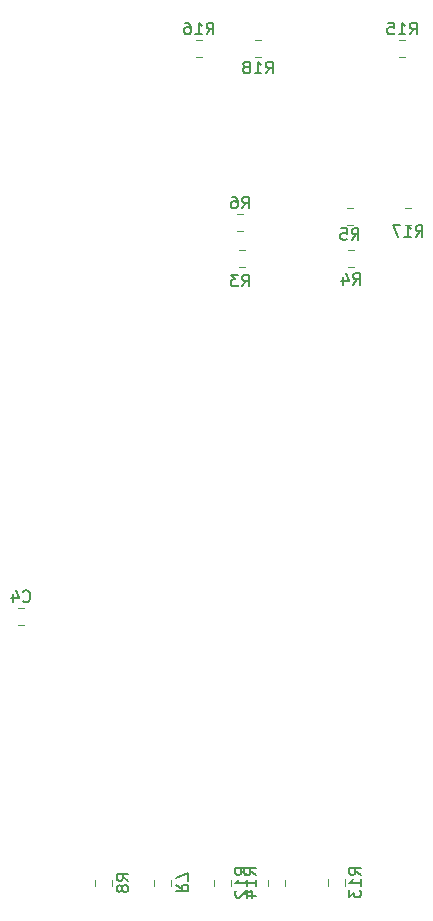
<source format=gbr>
G04 #@! TF.GenerationSoftware,KiCad,Pcbnew,(5.1.8)-1*
G04 #@! TF.CreationDate,2021-02-09T17:12:27-05:00*
G04 #@! TF.ProjectId,rlcs_power,726c6373-5f70-46f7-9765-722e6b696361,rev?*
G04 #@! TF.SameCoordinates,Original*
G04 #@! TF.FileFunction,Legend,Bot*
G04 #@! TF.FilePolarity,Positive*
%FSLAX46Y46*%
G04 Gerber Fmt 4.6, Leading zero omitted, Abs format (unit mm)*
G04 Created by KiCad (PCBNEW (5.1.8)-1) date 2021-02-09 17:12:27*
%MOMM*%
%LPD*%
G01*
G04 APERTURE LIST*
%ADD10C,0.120000*%
%ADD11C,0.150000*%
G04 APERTURE END LIST*
D10*
X122172252Y-99874000D02*
X121649748Y-99874000D01*
X122172252Y-101294000D02*
X121649748Y-101294000D01*
X135383748Y-86562000D02*
X135906252Y-86562000D01*
X135383748Y-85142000D02*
X135906252Y-85142000D01*
X125678000Y-156734252D02*
X125678000Y-156211748D01*
X124258000Y-156734252D02*
X124258000Y-156211748D01*
X130758000Y-156716252D02*
X130758000Y-156193748D01*
X129338000Y-156716252D02*
X129338000Y-156193748D01*
X121106000Y-156725252D02*
X121106000Y-156202748D01*
X119686000Y-156725252D02*
X119686000Y-156202748D01*
X111073000Y-156725252D02*
X111073000Y-156202748D01*
X109653000Y-156725252D02*
X109653000Y-156202748D01*
X116026000Y-156725252D02*
X116026000Y-156202748D01*
X114606000Y-156725252D02*
X114606000Y-156202748D01*
X131047748Y-104342000D02*
X131570252Y-104342000D01*
X131047748Y-102922000D02*
X131570252Y-102922000D01*
X122308252Y-102922000D02*
X121785748Y-102922000D01*
X122308252Y-104342000D02*
X121785748Y-104342000D01*
X103630252Y-133211500D02*
X103107748Y-133211500D01*
X103630252Y-134631500D02*
X103107748Y-134631500D01*
X118688752Y-86562000D02*
X118166248Y-86562000D01*
X118688752Y-85142000D02*
X118166248Y-85142000D01*
X130929748Y-99366000D02*
X131452252Y-99366000D01*
X130929748Y-100786000D02*
X131452252Y-100786000D01*
X135873748Y-99366000D02*
X136396252Y-99366000D01*
X135873748Y-100786000D02*
X136396252Y-100786000D01*
X123191748Y-86562000D02*
X123714252Y-86562000D01*
X123191748Y-85142000D02*
X123714252Y-85142000D01*
D11*
X122077666Y-99386380D02*
X122411000Y-98910190D01*
X122649095Y-99386380D02*
X122649095Y-98386380D01*
X122268142Y-98386380D01*
X122172904Y-98434000D01*
X122125285Y-98481619D01*
X122077666Y-98576857D01*
X122077666Y-98719714D01*
X122125285Y-98814952D01*
X122172904Y-98862571D01*
X122268142Y-98910190D01*
X122649095Y-98910190D01*
X121220523Y-98386380D02*
X121411000Y-98386380D01*
X121506238Y-98434000D01*
X121553857Y-98481619D01*
X121649095Y-98624476D01*
X121696714Y-98814952D01*
X121696714Y-99195904D01*
X121649095Y-99291142D01*
X121601476Y-99338761D01*
X121506238Y-99386380D01*
X121315761Y-99386380D01*
X121220523Y-99338761D01*
X121172904Y-99291142D01*
X121125285Y-99195904D01*
X121125285Y-98957809D01*
X121172904Y-98862571D01*
X121220523Y-98814952D01*
X121315761Y-98767333D01*
X121506238Y-98767333D01*
X121601476Y-98814952D01*
X121649095Y-98862571D01*
X121696714Y-98957809D01*
X136287857Y-84653380D02*
X136621190Y-84177190D01*
X136859285Y-84653380D02*
X136859285Y-83653380D01*
X136478333Y-83653380D01*
X136383095Y-83701000D01*
X136335476Y-83748619D01*
X136287857Y-83843857D01*
X136287857Y-83986714D01*
X136335476Y-84081952D01*
X136383095Y-84129571D01*
X136478333Y-84177190D01*
X136859285Y-84177190D01*
X135335476Y-84653380D02*
X135906904Y-84653380D01*
X135621190Y-84653380D02*
X135621190Y-83653380D01*
X135716428Y-83796238D01*
X135811666Y-83891476D01*
X135906904Y-83939095D01*
X134430714Y-83653380D02*
X134906904Y-83653380D01*
X134954523Y-84129571D01*
X134906904Y-84081952D01*
X134811666Y-84034333D01*
X134573571Y-84034333D01*
X134478333Y-84081952D01*
X134430714Y-84129571D01*
X134383095Y-84224809D01*
X134383095Y-84462904D01*
X134430714Y-84558142D01*
X134478333Y-84605761D01*
X134573571Y-84653380D01*
X134811666Y-84653380D01*
X134906904Y-84605761D01*
X134954523Y-84558142D01*
X123261380Y-155830142D02*
X122785190Y-155496809D01*
X123261380Y-155258714D02*
X122261380Y-155258714D01*
X122261380Y-155639666D01*
X122309000Y-155734904D01*
X122356619Y-155782523D01*
X122451857Y-155830142D01*
X122594714Y-155830142D01*
X122689952Y-155782523D01*
X122737571Y-155734904D01*
X122785190Y-155639666D01*
X122785190Y-155258714D01*
X123261380Y-156782523D02*
X123261380Y-156211095D01*
X123261380Y-156496809D02*
X122261380Y-156496809D01*
X122404238Y-156401571D01*
X122499476Y-156306333D01*
X122547095Y-156211095D01*
X122594714Y-157639666D02*
X123261380Y-157639666D01*
X122213761Y-157401571D02*
X122928047Y-157163476D01*
X122928047Y-157782523D01*
X132150380Y-155812142D02*
X131674190Y-155478809D01*
X132150380Y-155240714D02*
X131150380Y-155240714D01*
X131150380Y-155621666D01*
X131198000Y-155716904D01*
X131245619Y-155764523D01*
X131340857Y-155812142D01*
X131483714Y-155812142D01*
X131578952Y-155764523D01*
X131626571Y-155716904D01*
X131674190Y-155621666D01*
X131674190Y-155240714D01*
X132150380Y-156764523D02*
X132150380Y-156193095D01*
X132150380Y-156478809D02*
X131150380Y-156478809D01*
X131293238Y-156383571D01*
X131388476Y-156288333D01*
X131436095Y-156193095D01*
X131150380Y-157097857D02*
X131150380Y-157716904D01*
X131531333Y-157383571D01*
X131531333Y-157526428D01*
X131578952Y-157621666D01*
X131626571Y-157669285D01*
X131721809Y-157716904D01*
X131959904Y-157716904D01*
X132055142Y-157669285D01*
X132102761Y-157621666D01*
X132150380Y-157526428D01*
X132150380Y-157240714D01*
X132102761Y-157145476D01*
X132055142Y-157097857D01*
X122498380Y-155821142D02*
X122022190Y-155487809D01*
X122498380Y-155249714D02*
X121498380Y-155249714D01*
X121498380Y-155630666D01*
X121546000Y-155725904D01*
X121593619Y-155773523D01*
X121688857Y-155821142D01*
X121831714Y-155821142D01*
X121926952Y-155773523D01*
X121974571Y-155725904D01*
X122022190Y-155630666D01*
X122022190Y-155249714D01*
X122498380Y-156773523D02*
X122498380Y-156202095D01*
X122498380Y-156487809D02*
X121498380Y-156487809D01*
X121641238Y-156392571D01*
X121736476Y-156297333D01*
X121784095Y-156202095D01*
X121593619Y-157154476D02*
X121546000Y-157202095D01*
X121498380Y-157297333D01*
X121498380Y-157535428D01*
X121546000Y-157630666D01*
X121593619Y-157678285D01*
X121688857Y-157725904D01*
X121784095Y-157725904D01*
X121926952Y-157678285D01*
X122498380Y-157106857D01*
X122498380Y-157725904D01*
X112465380Y-156297333D02*
X111989190Y-155964000D01*
X112465380Y-155725904D02*
X111465380Y-155725904D01*
X111465380Y-156106857D01*
X111513000Y-156202095D01*
X111560619Y-156249714D01*
X111655857Y-156297333D01*
X111798714Y-156297333D01*
X111893952Y-156249714D01*
X111941571Y-156202095D01*
X111989190Y-156106857D01*
X111989190Y-155725904D01*
X111893952Y-156868761D02*
X111846333Y-156773523D01*
X111798714Y-156725904D01*
X111703476Y-156678285D01*
X111655857Y-156678285D01*
X111560619Y-156725904D01*
X111513000Y-156773523D01*
X111465380Y-156868761D01*
X111465380Y-157059238D01*
X111513000Y-157154476D01*
X111560619Y-157202095D01*
X111655857Y-157249714D01*
X111703476Y-157249714D01*
X111798714Y-157202095D01*
X111846333Y-157154476D01*
X111893952Y-157059238D01*
X111893952Y-156868761D01*
X111941571Y-156773523D01*
X111989190Y-156725904D01*
X112084428Y-156678285D01*
X112274904Y-156678285D01*
X112370142Y-156725904D01*
X112417761Y-156773523D01*
X112465380Y-156868761D01*
X112465380Y-157059238D01*
X112417761Y-157154476D01*
X112370142Y-157202095D01*
X112274904Y-157249714D01*
X112084428Y-157249714D01*
X111989190Y-157202095D01*
X111941571Y-157154476D01*
X111893952Y-157059238D01*
X116513619Y-156630666D02*
X116989809Y-156964000D01*
X116513619Y-157202095D02*
X117513619Y-157202095D01*
X117513619Y-156821142D01*
X117466000Y-156725904D01*
X117418380Y-156678285D01*
X117323142Y-156630666D01*
X117180285Y-156630666D01*
X117085047Y-156678285D01*
X117037428Y-156725904D01*
X116989809Y-156821142D01*
X116989809Y-157202095D01*
X117513619Y-156297333D02*
X117513619Y-155630666D01*
X116513619Y-156059238D01*
X131484666Y-105862380D02*
X131818000Y-105386190D01*
X132056095Y-105862380D02*
X132056095Y-104862380D01*
X131675142Y-104862380D01*
X131579904Y-104910000D01*
X131532285Y-104957619D01*
X131484666Y-105052857D01*
X131484666Y-105195714D01*
X131532285Y-105290952D01*
X131579904Y-105338571D01*
X131675142Y-105386190D01*
X132056095Y-105386190D01*
X130627523Y-105195714D02*
X130627523Y-105862380D01*
X130865619Y-104814761D02*
X131103714Y-105529047D01*
X130484666Y-105529047D01*
X122086666Y-105989380D02*
X122420000Y-105513190D01*
X122658095Y-105989380D02*
X122658095Y-104989380D01*
X122277142Y-104989380D01*
X122181904Y-105037000D01*
X122134285Y-105084619D01*
X122086666Y-105179857D01*
X122086666Y-105322714D01*
X122134285Y-105417952D01*
X122181904Y-105465571D01*
X122277142Y-105513190D01*
X122658095Y-105513190D01*
X121753333Y-104989380D02*
X121134285Y-104989380D01*
X121467619Y-105370333D01*
X121324761Y-105370333D01*
X121229523Y-105417952D01*
X121181904Y-105465571D01*
X121134285Y-105560809D01*
X121134285Y-105798904D01*
X121181904Y-105894142D01*
X121229523Y-105941761D01*
X121324761Y-105989380D01*
X121610476Y-105989380D01*
X121705714Y-105941761D01*
X121753333Y-105894142D01*
X103535666Y-132628642D02*
X103583285Y-132676261D01*
X103726142Y-132723880D01*
X103821380Y-132723880D01*
X103964238Y-132676261D01*
X104059476Y-132581023D01*
X104107095Y-132485785D01*
X104154714Y-132295309D01*
X104154714Y-132152452D01*
X104107095Y-131961976D01*
X104059476Y-131866738D01*
X103964238Y-131771500D01*
X103821380Y-131723880D01*
X103726142Y-131723880D01*
X103583285Y-131771500D01*
X103535666Y-131819119D01*
X102678523Y-132057214D02*
X102678523Y-132723880D01*
X102916619Y-131676261D02*
X103154714Y-132390547D01*
X102535666Y-132390547D01*
X119070357Y-84653380D02*
X119403690Y-84177190D01*
X119641785Y-84653380D02*
X119641785Y-83653380D01*
X119260833Y-83653380D01*
X119165595Y-83701000D01*
X119117976Y-83748619D01*
X119070357Y-83843857D01*
X119070357Y-83986714D01*
X119117976Y-84081952D01*
X119165595Y-84129571D01*
X119260833Y-84177190D01*
X119641785Y-84177190D01*
X118117976Y-84653380D02*
X118689404Y-84653380D01*
X118403690Y-84653380D02*
X118403690Y-83653380D01*
X118498928Y-83796238D01*
X118594166Y-83891476D01*
X118689404Y-83939095D01*
X117260833Y-83653380D02*
X117451309Y-83653380D01*
X117546547Y-83701000D01*
X117594166Y-83748619D01*
X117689404Y-83891476D01*
X117737023Y-84081952D01*
X117737023Y-84462904D01*
X117689404Y-84558142D01*
X117641785Y-84605761D01*
X117546547Y-84653380D01*
X117356071Y-84653380D01*
X117260833Y-84605761D01*
X117213214Y-84558142D01*
X117165595Y-84462904D01*
X117165595Y-84224809D01*
X117213214Y-84129571D01*
X117260833Y-84081952D01*
X117356071Y-84034333D01*
X117546547Y-84034333D01*
X117641785Y-84081952D01*
X117689404Y-84129571D01*
X117737023Y-84224809D01*
X131357666Y-102052380D02*
X131691000Y-101576190D01*
X131929095Y-102052380D02*
X131929095Y-101052380D01*
X131548142Y-101052380D01*
X131452904Y-101100000D01*
X131405285Y-101147619D01*
X131357666Y-101242857D01*
X131357666Y-101385714D01*
X131405285Y-101480952D01*
X131452904Y-101528571D01*
X131548142Y-101576190D01*
X131929095Y-101576190D01*
X130452904Y-101052380D02*
X130929095Y-101052380D01*
X130976714Y-101528571D01*
X130929095Y-101480952D01*
X130833857Y-101433333D01*
X130595761Y-101433333D01*
X130500523Y-101480952D01*
X130452904Y-101528571D01*
X130405285Y-101623809D01*
X130405285Y-101861904D01*
X130452904Y-101957142D01*
X130500523Y-102004761D01*
X130595761Y-102052380D01*
X130833857Y-102052380D01*
X130929095Y-102004761D01*
X130976714Y-101957142D01*
X136777857Y-101798380D02*
X137111190Y-101322190D01*
X137349285Y-101798380D02*
X137349285Y-100798380D01*
X136968333Y-100798380D01*
X136873095Y-100846000D01*
X136825476Y-100893619D01*
X136777857Y-100988857D01*
X136777857Y-101131714D01*
X136825476Y-101226952D01*
X136873095Y-101274571D01*
X136968333Y-101322190D01*
X137349285Y-101322190D01*
X135825476Y-101798380D02*
X136396904Y-101798380D01*
X136111190Y-101798380D02*
X136111190Y-100798380D01*
X136206428Y-100941238D01*
X136301666Y-101036476D01*
X136396904Y-101084095D01*
X135492142Y-100798380D02*
X134825476Y-100798380D01*
X135254047Y-101798380D01*
X124095857Y-87954380D02*
X124429190Y-87478190D01*
X124667285Y-87954380D02*
X124667285Y-86954380D01*
X124286333Y-86954380D01*
X124191095Y-87002000D01*
X124143476Y-87049619D01*
X124095857Y-87144857D01*
X124095857Y-87287714D01*
X124143476Y-87382952D01*
X124191095Y-87430571D01*
X124286333Y-87478190D01*
X124667285Y-87478190D01*
X123143476Y-87954380D02*
X123714904Y-87954380D01*
X123429190Y-87954380D02*
X123429190Y-86954380D01*
X123524428Y-87097238D01*
X123619666Y-87192476D01*
X123714904Y-87240095D01*
X122572047Y-87382952D02*
X122667285Y-87335333D01*
X122714904Y-87287714D01*
X122762523Y-87192476D01*
X122762523Y-87144857D01*
X122714904Y-87049619D01*
X122667285Y-87002000D01*
X122572047Y-86954380D01*
X122381571Y-86954380D01*
X122286333Y-87002000D01*
X122238714Y-87049619D01*
X122191095Y-87144857D01*
X122191095Y-87192476D01*
X122238714Y-87287714D01*
X122286333Y-87335333D01*
X122381571Y-87382952D01*
X122572047Y-87382952D01*
X122667285Y-87430571D01*
X122714904Y-87478190D01*
X122762523Y-87573428D01*
X122762523Y-87763904D01*
X122714904Y-87859142D01*
X122667285Y-87906761D01*
X122572047Y-87954380D01*
X122381571Y-87954380D01*
X122286333Y-87906761D01*
X122238714Y-87859142D01*
X122191095Y-87763904D01*
X122191095Y-87573428D01*
X122238714Y-87478190D01*
X122286333Y-87430571D01*
X122381571Y-87382952D01*
M02*

</source>
